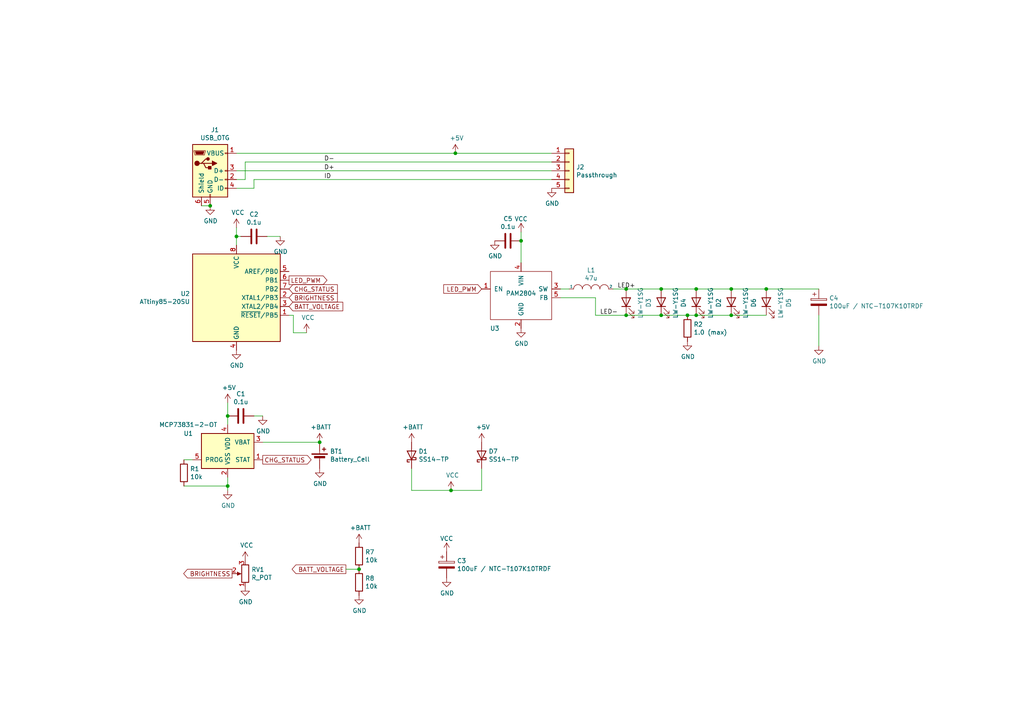
<source format=kicad_sch>
(kicad_sch (version 20230121) (generator eeschema)
  (paper "A4")
  (lib_symbols
    (symbol "Connector_Generic:Conn_01x05" (pin_names (offset 1.016) hide)
      (property "Reference" "J" (at 0 7.62 0))
      (property "Value" "Conn_01x05" (at 0 -7.62 0))
      (symbol "Conn_01x05_1_1"
        (rectangle (start -1.27 -4.953) (end 0 -5.207) (stroke (width 0.1524)))
        (rectangle (start -1.27 -2.413) (end 0 -2.667) (stroke (width 0.1524)))
        (rectangle (start -1.27 0.127) (end 0 -0.127) (stroke (width 0.1524)))
        (rectangle (start -1.27 2.667) (end 0 2.413) (stroke (width 0.1524)))
        (rectangle (start -1.27 5.207) (end 0 4.953) (stroke (width 0.1524)))
        (rectangle (start -1.27 6.35) (end 1.27 -6.35) (stroke (width 0.254)) (fill (type background)))
        (pin passive line (at -5.08 5.08 0) (length 3.81) (name "Pin_1") (number "1"))
        (pin passive line (at -5.08 2.54 0) (length 3.81) (name "Pin_2") (number "2"))
        (pin passive line (at -5.08 0 0) (length 3.81) (name "Pin_3") (number "3"))
        (pin passive line (at -5.08 -2.54 0) (length 3.81) (name "Pin_4") (number "4"))
        (pin passive line (at -5.08 -5.08 0) (length 3.81) (name "Pin_5") (number "5"))
      )
    )
    (symbol "Device:Battery_Cell" (pin_numbers hide) (pin_names (offset 0) hide)
      (property "Reference" "BT" (at 2.54 2.54 0))
      (property "Value" "Battery_Cell" (at 2.54 0 0))
      (symbol "Battery_Cell_0_1"
        (rectangle (start -2.286 1.778) (end 2.286 1.524) (fill (type outline)))
        (rectangle (start -1.524 1.016) (end 1.524 0.508) (fill (type outline)))
        (polyline (pts (xy 0 0.762) (xy 0 0)))
        (polyline (pts (xy 0 1.778) (xy 0 2.54)))
        (polyline (pts (xy 0.762 3.048) (xy 1.778 3.048)) (stroke (width 0.254)))
        (polyline (pts (xy 1.27 3.556) (xy 1.27 2.54)) (stroke (width 0.254)))
      )
      (symbol "Battery_Cell_1_1"
        (pin passive line (at 0 5.08 270) (length 2.54) (name "+") (number "1"))
        (pin passive line (at 0 -2.54 90) (length 2.54) (name "-") (number "2"))
      )
    )
    (symbol "Device:C" (pin_numbers hide) (pin_names (offset 0.254))
      (property "Reference" "C" (at 0.635 2.54 0))
      (property "Value" "C" (at 0.635 -2.54 0))
      (symbol "C_0_1"
        (polyline (pts (xy -2.032 -0.762) (xy 2.032 -0.762)) (stroke (width 0.508)))
        (polyline (pts (xy -2.032 0.762) (xy 2.032 0.762)) (stroke (width 0.508)))
      )
      (symbol "C_1_1"
        (pin passive line (at 0 3.81 270) (length 2.794) (name "~") (number "1"))
        (pin passive line (at 0 -3.81 90) (length 2.794) (name "~") (number "2"))
      )
    )
    (symbol "Device:D_Schottky" (pin_numbers hide) (pin_names (offset 1.016) hide)
      (property "Reference" "D" (at 0 2.54 0))
      (property "Value" "D_Schottky" (at 0 -2.54 0))
      (symbol "D_Schottky_0_1"
        (polyline (pts (xy 1.27 0) (xy -1.27 0)))
        (polyline (pts (xy 1.27 1.27) (xy 1.27 -1.27) (xy -1.27 0) (xy 1.27 1.27)) (stroke (width 0.254)))
        (polyline (pts (xy -1.905 0.635) (xy -1.905 1.27) (xy -1.27 1.27) (xy -1.27 -1.27) (xy -0.635 -1.27) (xy -0.635 -0.635)) (stroke (width 0.254)))
      )
      (symbol "D_Schottky_1_1"
        (pin passive line (at -3.81 0 0) (length 2.54) (name "K") (number "1"))
        (pin passive line (at 3.81 0 180) (length 2.54) (name "A") (number "2"))
      )
    )
    (symbol "Device:LED" (pin_numbers hide) (pin_names (offset 1.016) hide)
      (property "Reference" "D" (at 0 2.54 0))
      (property "Value" "LED" (at 0 -2.54 0))
      (symbol "LED_0_1"
        (polyline (pts (xy -1.27 -1.27) (xy -1.27 1.27)) (stroke (width 0.254)))
        (polyline (pts (xy -1.27 0) (xy 1.27 0)))
        (polyline (pts (xy 1.27 -1.27) (xy 1.27 1.27) (xy -1.27 0) (xy 1.27 -1.27)) (stroke (width 0.254)))
        (polyline (pts (xy -3.048 -0.762) (xy -4.572 -2.286) (xy -3.81 -2.286) (xy -4.572 -2.286) (xy -4.572 -1.524)))
        (polyline (pts (xy -1.778 -0.762) (xy -3.302 -2.286) (xy -2.54 -2.286) (xy -3.302 -2.286) (xy -3.302 -1.524)))
      )
      (symbol "LED_1_1"
        (pin passive line (at -3.81 0 0) (length 2.54) (name "K") (number "1"))
        (pin passive line (at 3.81 0 180) (length 2.54) (name "A") (number "2"))
      )
    )
    (symbol "Device:R" (pin_numbers hide) (pin_names (offset 0))
      (property "Reference" "R" (at 2.032 0 90))
      (property "Value" "R" (at 0 0 90))
      (symbol "R_0_1"
        (rectangle (start -1.016 -2.54) (end 1.016 2.54) (stroke (width 0.254)))
      )
      (symbol "R_1_1"
        (pin passive line (at 0 3.81 270) (length 1.27) (name "~") (number "1"))
        (pin passive line (at 0 -3.81 90) (length 1.27) (name "~") (number "2"))
      )
    )
    (symbol "boox-light-rescue:ATtiny85-20SU-MCU_Microchip_ATtiny"
      (property "Reference" "U" (at -12.7 13.97 0))
      (property "Value" "MCU_Microchip_ATtiny_ATtiny85-20SU" (at 2.54 -13.97 0))
      (symbol "ATtiny85-20SU-MCU_Microchip_ATtiny_0_1"
        (rectangle (start -12.7 -12.7) (end 12.7 12.7) (stroke (width 0.254)) (fill (type background)))
      )
      (symbol "ATtiny85-20SU-MCU_Microchip_ATtiny_1_1"
        (pin tri_state line (at 15.24 -5.08 180) (length 2.54) (name "~{RESET}/PB5") (number "1"))
        (pin tri_state line (at 15.24 0 180) (length 2.54) (name "XTAL1/PB3") (number "2"))
        (pin tri_state line (at 15.24 -2.54 180) (length 2.54) (name "XTAL2/PB4") (number "3"))
        (pin power_in line (at 0 -15.24 90) (length 2.54) (name "GND") (number "4"))
        (pin tri_state line (at 15.24 7.62 180) (length 2.54) (name "AREF/PB0") (number "5"))
        (pin tri_state line (at 15.24 5.08 180) (length 2.54) (name "PB1") (number "6"))
        (pin tri_state line (at 15.24 2.54 180) (length 2.54) (name "PB2") (number "7"))
        (pin power_in line (at 0 15.24 270) (length 2.54) (name "VCC") (number "8"))
      )
    )
    (symbol "boox-light-rescue:CP-Device" (pin_numbers hide) (pin_names (offset 0.254))
      (property "Reference" "C" (at 0.635 2.54 0))
      (property "Value" "Device_CP" (at 0.635 -2.54 0))
      (symbol "CP-Device_0_1"
        (rectangle (start -2.286 0.508) (end -2.286 1.016))
        (rectangle (start -2.286 0.508) (end 2.286 0.508))
        (polyline (pts (xy -1.778 2.286) (xy -0.762 2.286)))
        (polyline (pts (xy -1.27 2.794) (xy -1.27 1.778)))
        (rectangle (start 2.286 -0.508) (end -2.286 -1.016) (fill (type outline)))
        (rectangle (start 2.286 1.016) (end -2.286 1.016))
        (rectangle (start 2.286 1.016) (end 2.286 0.508))
      )
      (symbol "CP-Device_1_1"
        (pin passive line (at 0 3.81 270) (length 2.794) (name "~") (number "1"))
        (pin passive line (at 0 -3.81 90) (length 2.794) (name "~") (number "2"))
      )
    )
    (symbol "boox-light-rescue:INDUCTOR-pspice" (pin_numbers hide) (pin_names (offset 0))
      (property "Reference" "L" (at 0 2.54 0))
      (property "Value" "pspice_INDUCTOR" (at 0 -1.27 0))
      (symbol "INDUCTOR-pspice_0_1"
        (arc (start -2.54 0) (mid -3.81 1.2645) (end -5.08 0))
        (arc (start 0 0) (mid -1.27 1.2645) (end -2.54 0))
        (arc (start 2.54 0) (mid 1.27 1.2645) (end 0 0))
        (arc (start 5.08 0) (mid 3.81 1.2645) (end 2.54 0))
      )
      (symbol "INDUCTOR-pspice_1_1"
        (pin input line (at -6.35 0 0) (length 1.27) (name "1") (number "1"))
        (pin input line (at 6.35 0 180) (length 1.27) (name "2") (number "2"))
      )
    )
    (symbol "boox-light-rescue:MCP73831-2-OT-Battery_Management" (pin_names (offset 1.016))
      (property "Reference" "U" (at -7.62 6.35 0))
      (property "Value" "Battery_Management_MCP73831-2-OT" (at 1.27 6.35 0))
      (symbol "MCP73831-2-OT-Battery_Management_0_1"
        (rectangle (start -7.62 5.08) (end 7.62 -5.08) (stroke (width 0.254)) (fill (type background)))
      )
      (symbol "MCP73831-2-OT-Battery_Management_1_1"
        (pin output line (at 10.16 -2.54 180) (length 2.54) (name "STAT") (number "1"))
        (pin power_in line (at 0 -7.62 90) (length 2.54) (name "VSS") (number "2"))
        (pin power_out line (at 10.16 2.54 180) (length 2.54) (name "VBAT") (number "3"))
        (pin power_in line (at 0 7.62 270) (length 2.54) (name "VDD") (number "4"))
        (pin input line (at -10.16 -2.54 0) (length 2.54) (name "PROG") (number "5"))
      )
    )
    (symbol "boox-light-rescue:PAM2804-coddingtonbear" (pin_names (offset 1.016))
      (property "Reference" "U" (at 8.89 -10.16 0))
      (property "Value" "coddingtonbear_PAM2804" (at 0 0 0))
      (symbol "PAM2804-coddingtonbear_0_1"
        (rectangle (start 8.89 6.35) (end -8.89 -7.62))
      )
      (symbol "PAM2804-coddingtonbear_1_1"
        (pin input line (at -11.43 1.27 0) (length 2.54) (name "EN") (number "1"))
        (pin power_in line (at 0 -10.16 90) (length 2.54) (name "GND") (number "2"))
        (pin output line (at 11.43 1.27 180) (length 2.54) (name "SW") (number "3"))
        (pin power_in line (at 0 8.89 270) (length 2.54) (name "VIN") (number "4"))
        (pin input line (at 11.43 -1.27 180) (length 2.54) (name "FB") (number "5"))
      )
    )
    (symbol "boox-light-rescue:R_POT-Device" (pin_names (offset 1.016) hide)
      (property "Reference" "RV" (at -4.445 0 90))
      (property "Value" "Device_R_POT" (at -2.54 0 90))
      (symbol "R_POT-Device_0_1"
        (polyline (pts (xy 2.54 0) (xy 1.524 0)))
        (polyline (pts (xy 1.143 0) (xy 2.286 0.508) (xy 2.286 -0.508)) (fill (type outline)))
        (rectangle (start 1.016 2.54) (end -1.016 -2.54) (stroke (width 0.254)))
      )
      (symbol "R_POT-Device_1_1"
        (pin passive line (at 0 3.81 270) (length 1.27) (name "1") (number "1"))
        (pin passive line (at 3.81 0 180) (length 1.27) (name "2") (number "2"))
        (pin passive line (at 0 -3.81 90) (length 1.27) (name "3") (number "3"))
      )
    )
    (symbol "boox-light-rescue:USB_OTG-Connector" (pin_names (offset 1.016))
      (property "Reference" "J" (at -5.08 11.43 0))
      (property "Value" "Connector_USB_OTG" (at -5.08 8.89 0))
      (symbol "USB_OTG-Connector_0_1"
        (rectangle (start -5.08 -7.62) (end 5.08 7.62) (stroke (width 0.254)) (fill (type background)))
        (circle (center -3.81 2.159) (radius 0.635) (stroke (width 0.254)) (fill (type outline)))
        (circle (center -0.635 3.429) (radius 0.381) (stroke (width 0.254)) (fill (type outline)))
        (rectangle (start -0.127 -7.62) (end 0.127 -6.858))
        (polyline (pts (xy -1.905 2.159) (xy 0.635 2.159)) (stroke (width 0.254)))
        (polyline (pts (xy -3.175 2.159) (xy -2.54 2.159) (xy -1.27 3.429) (xy -0.635 3.429)) (stroke (width 0.254)))
        (polyline (pts (xy -2.54 2.159) (xy -1.905 2.159) (xy -1.27 0.889) (xy 0 0.889)) (stroke (width 0.254)))
        (polyline (pts (xy 0.635 2.794) (xy 0.635 1.524) (xy 1.905 2.159) (xy 0.635 2.794)) (stroke (width 0.254)) (fill (type outline)))
        (polyline (pts (xy -4.318 5.588) (xy -1.778 5.588) (xy -2.032 4.826) (xy -4.064 4.826) (xy -4.318 5.588)) (fill (type outline)))
        (polyline (pts (xy -4.699 5.842) (xy -4.699 5.588) (xy -4.445 4.826) (xy -4.445 4.572) (xy -1.651 4.572) (xy -1.651 4.826) (xy -1.397 5.588) (xy -1.397 5.842) (xy -4.699 5.842)))
        (rectangle (start 0.254 1.27) (end -0.508 0.508) (stroke (width 0.254)) (fill (type outline)))
        (rectangle (start 5.08 -5.207) (end 4.318 -4.953))
        (rectangle (start 5.08 -2.667) (end 4.318 -2.413))
        (rectangle (start 5.08 -0.127) (end 4.318 0.127))
        (rectangle (start 5.08 4.953) (end 4.318 5.207))
      )
      (symbol "USB_OTG-Connector_1_1"
        (pin power_in line (at 7.62 5.08 180) (length 2.54) (name "VBUS") (number "1"))
        (pin passive line (at 7.62 -2.54 180) (length 2.54) (name "D-") (number "2"))
        (pin passive line (at 7.62 0 180) (length 2.54) (name "D+") (number "3"))
        (pin passive line (at 7.62 -5.08 180) (length 2.54) (name "ID") (number "4"))
        (pin power_in line (at 0 -10.16 90) (length 2.54) (name "GND") (number "5"))
        (pin passive line (at -2.54 -10.16 90) (length 2.54) (name "Shield") (number "6"))
      )
    )
    (symbol "power:+5V" (power) (pin_names (offset 0))
      (property "Value" "+5V" (at 0 3.556 0))
      (symbol "+5V_0_1"
        (polyline (pts (xy -0.762 1.27) (xy 0 2.54)))
        (polyline (pts (xy 0 0) (xy 0 2.54)))
        (polyline (pts (xy 0 2.54) (xy 0.762 1.27)))
      )
      (symbol "+5V_1_1"
        (pin power_in line (at 0 0 90) (length 0) hide (name "+5V") (number "1"))
      )
    )
    (symbol "power:+BATT" (power) (pin_names (offset 0))
      (property "Value" "+BATT" (at 0 3.556 0))
      (symbol "+BATT_0_1"
        (polyline (pts (xy -0.762 1.27) (xy 0 2.54)))
        (polyline (pts (xy 0 0) (xy 0 2.54)))
        (polyline (pts (xy 0 2.54) (xy 0.762 1.27)))
      )
      (symbol "+BATT_1_1"
        (pin power_in line (at 0 0 90) (length 0) hide (name "+BATT") (number "1"))
      )
    )
    (symbol "power:GND" (power) (pin_names (offset 0))
      (property "Value" "GND" (at 0 -3.81 0))
      (symbol "GND_0_1"
        (polyline (pts (xy 0 0) (xy 0 -1.27) (xy 1.27 -1.27) (xy 0 -2.54) (xy -1.27 -1.27) (xy 0 -1.27)))
      )
      (symbol "GND_1_1"
        (pin power_in line (at 0 0 270) (length 0) hide (name "GND") (number "1"))
      )
    )
    (symbol "power:VCC" (power) (pin_names (offset 0))
      (property "Value" "VCC" (at 0 3.81 0))
      (symbol "VCC_0_1"
        (polyline (pts (xy -0.762 1.27) (xy 0 2.54)))
        (polyline (pts (xy 0 0) (xy 0 2.54)))
        (polyline (pts (xy 0 2.54) (xy 0.762 1.27)))
      )
      (symbol "VCC_1_1"
        (pin power_in line (at 0 0 90) (length 0) hide (name "VCC") (number "1"))
      )
    )
  )
  (junction (at 201.93 83.82))
  (junction (at 104.14 165.1))
  (junction (at 212.09 91.44))
  (junction (at 92.71 128.27))
  (junction (at 212.09 83.82))
  (junction (at 151.13 69.85))
  (junction (at 199.39 91.44))
  (junction (at 201.93 91.44))
  (junction (at 222.25 83.82))
  (junction (at 66.04 120.65))
  (junction (at 191.77 83.82))
  (junction (at 66.04 140.97))
  (junction (at 68.58 68.58))
  (junction (at 181.61 91.44))
  (junction (at 132.08 44.45))
  (junction (at 60.96 59.69))
  (junction (at 181.61 83.82))
  (junction (at 130.81 142.24))
  (junction (at 191.77 91.44))
  (wire (pts (xy 77.47 68.58) (xy 81.28 68.58)))
  (wire (pts (xy 119.38 135.89) (xy 119.38 142.24)))
  (wire (pts (xy 73.66 54.61) (xy 73.66 52.07)))
  (wire (pts (xy 85.09 91.44) (xy 85.09 96.52)))
  (wire (pts (xy 66.04 138.43) (xy 66.04 140.97)))
  (wire (pts (xy 191.77 83.82) (xy 201.93 83.82)))
  (wire (pts (xy 181.61 83.82) (xy 191.77 83.82)))
  (wire (pts (xy 222.25 91.44) (xy 212.09 91.44)))
  (wire (pts (xy 68.58 52.07) (xy 71.12 52.07)))
  (wire (pts (xy 162.56 83.82) (xy 165.1 83.82)))
  (wire (pts (xy 73.66 120.65) (xy 76.2 120.65)))
  (wire (pts (xy 160.02 44.45) (xy 132.08 44.45)))
  (wire (pts (xy 55.88 133.35) (xy 53.34 133.35)))
  (wire (pts (xy 53.34 140.97) (xy 66.04 140.97)))
  (wire (pts (xy 71.12 52.07) (xy 71.12 46.99)))
  (wire (pts (xy 119.38 142.24) (xy 130.81 142.24)))
  (wire (pts (xy 191.77 91.44) (xy 181.61 91.44)))
  (wire (pts (xy 172.72 91.44) (xy 181.61 91.44)))
  (wire (pts (xy 177.8 83.82) (xy 181.61 83.82)))
  (wire (pts (xy 201.93 83.82) (xy 212.09 83.82)))
  (wire (pts (xy 151.13 67.31) (xy 151.13 69.85)))
  (wire (pts (xy 83.82 91.44) (xy 85.09 91.44)))
  (wire (pts (xy 71.12 46.99) (xy 160.02 46.99)))
  (wire (pts (xy 66.04 140.97) (xy 66.04 142.24)))
  (wire (pts (xy 73.66 52.07) (xy 160.02 52.07)))
  (wire (pts (xy 151.13 76.2) (xy 151.13 69.85)))
  (wire (pts (xy 68.58 66.04) (xy 68.58 68.58)))
  (wire (pts (xy 100.33 165.1) (xy 104.14 165.1)))
  (wire (pts (xy 162.56 86.36) (xy 172.72 86.36)))
  (wire (pts (xy 66.04 123.19) (xy 66.04 120.65)))
  (wire (pts (xy 212.09 83.82) (xy 222.25 83.82)))
  (wire (pts (xy 68.58 68.58) (xy 68.58 71.12)))
  (wire (pts (xy 60.96 59.69) (xy 58.42 59.69)))
  (wire (pts (xy 132.08 44.45) (xy 68.58 44.45)))
  (wire (pts (xy 201.93 91.44) (xy 212.09 91.44)))
  (wire (pts (xy 199.39 91.44) (xy 201.93 91.44)))
  (wire (pts (xy 68.58 54.61) (xy 73.66 54.61)))
  (wire (pts (xy 139.7 142.24) (xy 130.81 142.24)))
  (wire (pts (xy 66.04 116.84) (xy 66.04 120.65)))
  (wire (pts (xy 76.2 128.27) (xy 92.71 128.27)))
  (wire (pts (xy 68.58 49.53) (xy 160.02 49.53)))
  (wire (pts (xy 139.7 135.89) (xy 139.7 142.24)))
  (wire (pts (xy 172.72 86.36) (xy 172.72 91.44)))
  (wire (pts (xy 69.85 68.58) (xy 68.58 68.58)))
  (wire (pts (xy 191.77 91.44) (xy 199.39 91.44)))
  (wire (pts (xy 237.49 91.44) (xy 237.49 100.33)))
  (wire (pts (xy 222.25 83.82) (xy 237.49 83.82)))
  (wire (pts (xy 85.09 96.52) (xy 88.9 96.52)))
  (label "ID" (at 93.98 52.07 0))
  (label "D-" (at 93.98 46.99 0))
  (label "LED-" (at 173.99 91.44 0))
  (label "LED+" (at 179.07 83.82 0))
  (label "D+" (at 93.98 49.53 0))
  (global_label "BRIGHTNESS" (shape input) (at 83.82 86.36 0) (property "Intersheetrefs" "${INTERSHEET_REFS}" (effects hide)))
  (global_label "LED_PWM" (shape output) (at 83.82 81.28 0) (property "Intersheetrefs" "${INTERSHEET_REFS}" (effects hide)))
  (global_label "BATT_VOLTAGE" (shape input) (at 83.82 88.9 0) (property "Intersheetrefs" "${INTERSHEET_REFS}" (effects hide)))
  (global_label "CHG_STATUS" (shape output) (at 76.2 133.35 0) (property "Intersheetrefs" "${INTERSHEET_REFS}" (effects hide)))
  (global_label "BATT_VOLTAGE" (shape output) (at 100.33 165.1 180) (property "Intersheetrefs" "${INTERSHEET_REFS}" (effects hide)))
  (global_label "LED_PWM" (shape input) (at 139.7 83.82 180) (property "Intersheetrefs" "${INTERSHEET_REFS}" (effects hide)))
  (global_label "BRIGHTNESS" (shape output) (at 67.31 166.37 180) (property "Intersheetrefs" "${INTERSHEET_REFS}" (effects hide)))
  (global_label "CHG_STATUS" (shape input) (at 83.82 83.82 0) (property "Intersheetrefs" "${INTERSHEET_REFS}" (effects hide)))
  (symbol (lib_id "boox-light-rescue:ATtiny85-20SU-MCU_Microchip_ATtiny") (at 68.58 86.36 0) (unit 1)
    (property "Reference" "U2" (at 55.118 85.1916 0) (effects (justify right)))
    (property "Value" "ATtiny85-20SU" (at 55.118 87.503 0) (effects (justify right)))
    (property "Footprint" "Package_SO:SOIJ-8_5.3x5.3mm_P1.27mm" (effects hide))
    (property "Datasheet" "http://ww1.microchip.com/downloads/en/DeviceDoc/atmel-2586-avr-8-bit-microcontroller-attiny25-attiny45-attiny85_datasheet.pdf" (effects hide))
  )
  (symbol (lib_id "boox-light-rescue:USB_OTG-Connector") (at 60.96 49.53 0) (unit 1)
    (property "Reference" "J1" (at 62.357 37.6682 0))
    (property "Value" "USB_OTG" (at 62.357 39.9796 0))
    (property "Footprint" "coddingtonbear:UJ2-MIBH-4-SMT" (effects hide))
    (property "Datasheet" " ~" (effects hide))
  )
  (symbol (lib_id "Connector_Generic:Conn_01x05") (at 165.1 49.53 0) (unit 1)
    (property "Reference" "J2" (at 167.1066 48.4632 0) (effects (justify left)))
    (property "Value" "Passthrough" (at 167.1066 50.7746 0) (effects (justify left)))
    (property "Footprint" "coddingtonbear:JST_XH_B05B-XH-A_05x2.50mm_Straight_LargePads" (effects hide))
  )
  (symbol (lib_id "power:+5V") (at 132.08 44.45 0) (unit 1)
    (property "Reference" "#PWR0101" (effects hide))
    (property "Value" "+5V" (at 132.461 40.0558 0))
  )
  (symbol (lib_id "power:GND") (at 60.96 59.69 0) (unit 1)
    (property "Reference" "#PWR0102" (effects hide))
    (property "Value" "GND" (at 61.087 64.0842 0))
  )
  (symbol (lib_id "power:GND") (at 160.02 54.61 0) (unit 1)
    (property "Reference" "#PWR0103" (effects hide))
    (property "Value" "GND" (at 160.147 59.0042 0))
  )
  (symbol (lib_id "Device:Battery_Cell") (at 92.71 133.35 0) (unit 1)
    (property "Reference" "BT1" (at 95.7072 130.9116 0) (effects (justify left)))
    (property "Value" "Battery_Cell" (at 95.7072 133.223 0) (effects (justify left)))
    (property "Footprint" "coddingtonbear:JST_EH_B02B-EH-A_02x2.50mm_Straight_LargePads" (effects hide))
  )
  (symbol (lib_id "power:+BATT") (at 92.71 128.27 0) (unit 1)
    (property "Reference" "#PWR0104" (effects hide))
    (property "Value" "+BATT" (at 93.091 123.8758 0))
  )
  (symbol (lib_id "power:GND") (at 92.71 135.89 0) (unit 1)
    (property "Reference" "#PWR0105" (effects hide))
    (property "Value" "GND" (at 92.837 140.2842 0))
  )
  (symbol (lib_id "boox-light-rescue:MCP73831-2-OT-Battery_Management") (at 66.04 130.81 0) (unit 1)
    (property "Reference" "U1" (at 54.61 125.73 0))
    (property "Value" "MCP73831-2-OT" (at 54.61 123.19 0))
    (property "Footprint" "Package_TO_SOT_SMD:SOT-23-5" (effects hide))
    (property "Datasheet" "http://ww1.microchip.com/downloads/en/DeviceDoc/20001984g.pdf" (effects hide))
  )
  (symbol (lib_id "power:GND") (at 68.58 101.6 0) (unit 1)
    (property "Reference" "#PWR0106" (effects hide))
    (property "Value" "GND" (at 68.707 105.9942 0))
  )
  (symbol (lib_id "power:+5V") (at 66.04 116.84 0) (unit 1)
    (property "Reference" "#PWR0107" (effects hide))
    (property "Value" "+5V" (at 66.421 112.4458 0))
  )
  (symbol (lib_id "power:GND") (at 66.04 142.24 0) (unit 1)
    (property "Reference" "#PWR0108" (effects hide))
    (property "Value" "GND" (at 66.167 146.6342 0))
  )
  (symbol (lib_id "power:+BATT") (at 119.38 128.27 0) (unit 1)
    (property "Reference" "#PWR0109" (effects hide))
    (property "Value" "+BATT" (at 119.761 123.8758 0))
  )
  (symbol (lib_id "power:+5V") (at 139.7 128.27 0) (unit 1)
    (property "Reference" "#PWR0110" (effects hide))
    (property "Value" "+5V" (at 140.081 123.8758 0))
  )
  (symbol (lib_id "Device:D_Schottky") (at 119.38 132.08 90) (unit 1)
    (property "Reference" "D1" (at 121.3866 130.9116 90) (effects (justify right)))
    (property "Value" "SS14-TP" (at 121.3866 133.223 90) (effects (justify right)))
    (property "Footprint" "coddingtonbear:DO-214AC" (effects hide))
  )
  (symbol (lib_id "Device:D_Schottky") (at 139.7 132.08 90) (unit 1)
    (property "Reference" "D7" (at 141.7066 130.9116 90) (effects (justify right)))
    (property "Value" "SS14-TP" (at 141.7066 133.223 90) (effects (justify right)))
    (property "Footprint" "coddingtonbear:DO-214AC" (effects hide))
  )
  (symbol (lib_id "power:VCC") (at 130.81 142.24 0) (unit 1)
    (property "Reference" "#PWR0111" (effects hide))
    (property "Value" "VCC" (at 131.2418 137.8458 0))
  )
  (symbol (lib_id "power:VCC") (at 68.58 66.04 0) (unit 1)
    (property "Reference" "#PWR0112" (effects hide))
    (property "Value" "VCC" (at 69.0118 61.6458 0))
  )
  (symbol (lib_id "power:GND") (at 81.28 68.58 0) (unit 1)
    (property "Reference" "#PWR0113" (effects hide))
    (property "Value" "GND" (at 81.407 72.9742 0))
  )
  (symbol (lib_id "Device:C") (at 69.85 120.65 270) (unit 1)
    (property "Reference" "C1" (at 69.85 114.2492 90))
    (property "Value" "0.1u" (at 69.85 116.5606 90))
    (property "Footprint" "coddingtonbear:0805_Milling" (effects hide))
  )
  (symbol (lib_id "Device:C") (at 73.66 68.58 270) (unit 1)
    (property "Reference" "C2" (at 73.66 62.1792 90))
    (property "Value" "0.1u" (at 73.66 64.4906 90))
    (property "Footprint" "coddingtonbear:0805_Milling" (effects hide))
  )
  (symbol (lib_id "power:GND") (at 76.2 120.65 0) (unit 1)
    (property "Reference" "#PWR0114" (effects hide))
    (property "Value" "GND" (at 76.327 125.0442 0))
  )
  (symbol (lib_id "Device:R") (at 53.34 137.16 180) (unit 1)
    (property "Reference" "R1" (at 55.118 135.9916 0) (effects (justify right)))
    (property "Value" "10k" (at 55.118 138.303 0) (effects (justify right)))
    (property "Footprint" "coddingtonbear:0805_Milling" (effects hide))
  )
  (symbol (lib_id "power:VCC") (at 88.9 96.52 0) (unit 1)
    (property "Reference" "#PWR0115" (effects hide))
    (property "Value" "VCC" (at 89.3318 92.1258 0))
  )
  (symbol (lib_id "boox-light-rescue:R_POT-Device") (at 71.12 166.37 180) (unit 1)
    (property "Reference" "RV1" (at 72.898 165.2016 0) (effects (justify right)))
    (property "Value" "R_POT" (at 72.898 167.513 0) (effects (justify right)))
    (property "Footprint" "coddingtonbear:SV01_Murata_Pot" (effects hide))
  )
  (symbol (lib_id "power:VCC") (at 71.12 162.56 0) (unit 1)
    (property "Reference" "#PWR0116" (effects hide))
    (property "Value" "VCC" (at 71.5518 158.1658 0))
  )
  (symbol (lib_id "power:GND") (at 71.12 170.18 0) (unit 1)
    (property "Reference" "#PWR0117" (effects hide))
    (property "Value" "GND" (at 71.247 174.5742 0))
  )
  (symbol (lib_id "Device:R") (at 104.14 161.29 0) (unit 1)
    (property "Reference" "R7" (at 105.918 160.1216 0) (effects (justify left)))
    (property "Value" "10k" (at 105.918 162.433 0) (effects (justify left)))
    (property "Footprint" "coddingtonbear:0805_Milling" (effects hide))
  )
  (symbol (lib_id "Device:R") (at 104.14 168.91 0) (unit 1)
    (property "Reference" "R8" (at 105.918 167.7416 0) (effects (justify left)))
    (property "Value" "10k" (at 105.918 170.053 0) (effects (justify left)))
    (property "Footprint" "coddingtonbear:0805_Milling" (effects hide))
  )
  (symbol (lib_id "power:+BATT") (at 104.14 157.48 0) (unit 1)
    (property "Reference" "#PWR0118" (effects hide))
    (property "Value" "+BATT" (at 104.521 153.0858 0))
  )
  (symbol (lib_id "power:GND") (at 104.14 172.72 0) (unit 1)
    (property "Reference" "#PWR0119" (effects hide))
    (property "Value" "GND" (at 104.267 177.1142 0))
  )
  (symbol (lib_id "Device:LED") (at 222.25 87.63 90) (unit 1)
    (property "Reference" "D5" (at 228.727 87.8332 0))
    (property "Value" "LW-Y1SG" (at 226.4156 87.8332 0))
    (property "Footprint" "coddingtonbear:MICRO_SIDELED_2808" (effects hide))
  )
  (symbol (lib_id "Device:LED") (at 191.77 87.63 90) (unit 1)
    (property "Reference" "D4" (at 198.247 87.8332 0))
    (property "Value" "LW-Y1SG" (at 195.9356 87.8332 0))
    (property "Footprint" "coddingtonbear:MICRO_SIDELED_2808" (effects hide))
  )
  (symbol (lib_id "Device:LED") (at 181.61 87.63 90) (unit 1)
    (property "Reference" "D3" (at 188.087 87.8332 0))
    (property "Value" "LW-Y1SG" (at 185.7756 87.8332 0))
    (property "Footprint" "coddingtonbear:MICRO_SIDELED_2808" (effects hide))
  )
  (symbol (lib_id "Device:LED") (at 201.93 87.63 90) (unit 1)
    (property "Reference" "D2" (at 208.407 87.8332 0))
    (property "Value" "LW-Y1SG" (at 206.0956 87.8332 0))
    (property "Footprint" "coddingtonbear:MICRO_SIDELED_2808" (effects hide))
  )
  (symbol (lib_id "Device:LED") (at 212.09 87.63 90) (unit 1)
    (property "Reference" "D6" (at 218.567 87.8332 0))
    (property "Value" "LW-Y1SG" (at 216.2556 87.8332 0))
    (property "Footprint" "coddingtonbear:MICRO_SIDELED_2808" (effects hide))
  )
  (symbol (lib_id "power:GND") (at 199.39 99.06 0) (unit 1)
    (property "Reference" "#PWR0121" (effects hide))
    (property "Value" "GND" (at 199.517 103.4542 0))
  )
  (symbol (lib_id "boox-light-rescue:PAM2804-coddingtonbear") (at 151.13 85.09 0) (unit 1)
    (property "Reference" "U3" (at 143.51 95.25 0))
    (property "Value" "PAM2804" (at 151.13 85.09 0))
    (property "Footprint" "Package_TO_SOT_SMD:TSOT-23-5_HandSoldering" (effects hide))
  )
  (symbol (lib_id "power:GND") (at 151.13 95.25 0) (unit 1)
    (property "Reference" "#PWR0122" (effects hide))
    (property "Value" "GND" (at 151.257 99.6442 0))
  )
  (symbol (lib_id "boox-light-rescue:CP-Device") (at 129.54 163.83 0) (unit 1)
    (property "Reference" "C3" (at 132.5372 162.6616 0) (effects (justify left)))
    (property "Value" "100uF / NTC-T107K10TRDF" (at 132.5372 164.973 0) (effects (justify left)))
    (property "Footprint" "coddingtonbear:CP_Tantalum_Case-D_EIA-7343-31_Milling" (effects hide))
  )
  (symbol (lib_id "boox-light-rescue:CP-Device") (at 237.49 87.63 0) (unit 1)
    (property "Reference" "C4" (at 240.4872 86.4616 0) (effects (justify left)))
    (property "Value" "100uF / NTC-T107K10TRDF" (at 240.4872 88.773 0) (effects (justify left)))
    (property "Footprint" "coddingtonbear:CP_Tantalum_Case-D_EIA-7343-31_Milling" (effects hide))
  )
  (symbol (lib_id "power:VCC") (at 129.54 160.02 0) (unit 1)
    (property "Reference" "#PWR0123" (effects hide))
    (property "Value" "VCC" (at 129.54 156.21 0))
  )
  (symbol (lib_id "power:GND") (at 129.54 167.64 0) (unit 1)
    (property "Reference" "#PWR0124" (effects hide))
    (property "Value" "GND" (at 129.667 172.0342 0))
  )
  (symbol (lib_id "boox-light-rescue:INDUCTOR-pspice") (at 171.45 83.82 0) (unit 1)
    (property "Reference" "L1" (at 171.45 78.359 0))
    (property "Value" "47u" (at 171.45 80.6704 0))
    (property "Footprint" "Inductor_SMD:L_Bourns-SRN4018" (effects hide))
  )
  (symbol (lib_id "Device:R") (at 199.39 95.25 0) (unit 1)
    (property "Reference" "R2" (at 201.168 94.0816 0) (effects (justify left)))
    (property "Value" "1.0 (max)" (at 201.168 96.393 0) (effects (justify left)))
    (property "Footprint" "coddingtonbear:0805_Milling" (effects hide))
  )
  (symbol (lib_id "power:GND") (at 237.49 100.33 0) (unit 1)
    (property "Reference" "#PWR0125" (effects hide))
    (property "Value" "GND" (at 237.617 104.7242 0))
  )
  (symbol (lib_id "power:VCC") (at 151.13 67.31 0) (unit 1)
    (property "Reference" "#PWR0120" (effects hide))
    (property "Value" "VCC" (at 151.13 63.5 0))
  )
  (symbol (lib_id "Device:C") (at 147.32 69.85 270) (unit 1)
    (property "Reference" "C5" (at 147.32 63.4492 90))
    (property "Value" "0.1u" (at 147.32 65.7606 90))
    (property "Footprint" "coddingtonbear:0805_Milling" (effects hide))
  )
  (symbol (lib_id "power:GND") (at 143.51 69.85 0) (unit 1)
    (property "Reference" "#PWR0126" (effects hide))
    (property "Value" "GND" (at 143.637 74.2442 0))
  )
)
</source>
